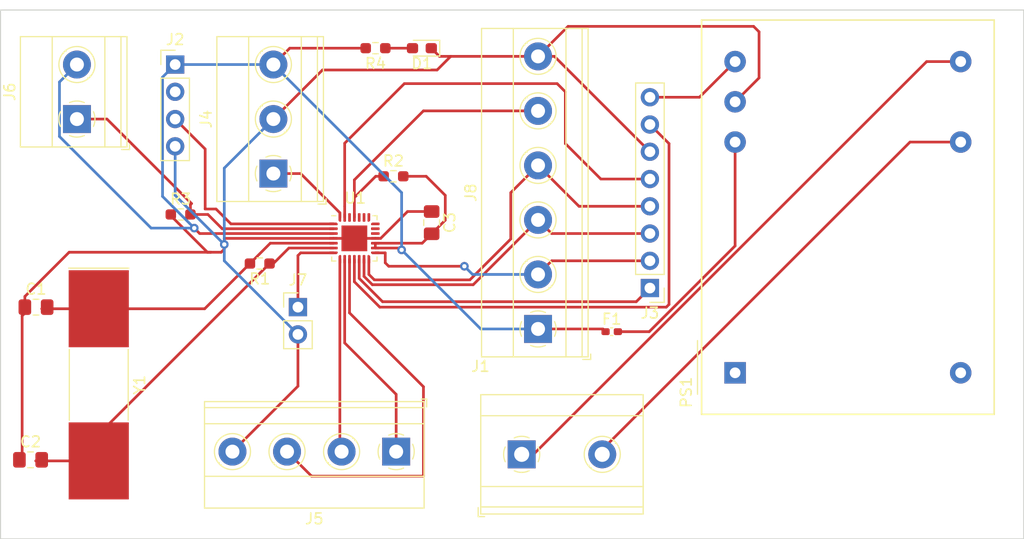
<source format=kicad_pcb>
(kicad_pcb (version 20221018) (generator pcbnew)
  (layers (0 "F.Cu" signal) (31 "B.Cu" signal) (34 "B.Paste" user) (35 "F.Paste" user) (36 "B.SilkS" user "B.Silkscreen") (37 "F.SilkS" user "F.Silkscreen") (38 "B.Mask" user) (39 "F.Mask" user) (44 "Edge.Cuts" user))
  (net 0 "")
  (net 1 "GND")
  (net 2 "/XTAL1")
  (net 3 "/XTAL2")
  (net 4 "+5V")
  (net 5 "Net-(D1-A)")
  (net 6 "Net-(PS1-Vout1)")
  (net 7 "Net-(J1-Pin_1)")
  (net 8 "Net-(J1-Pin_2)")
  (net 10 "/RF receiver - PWM")
  (net 11 "/SDA{slash}SS")
  (net 12 "/SCK")
  (net 13 "/MOSI")
  (net 14 "/MISO")
  (net 15 "/IRQ")
  (net 16 "/RST")
  (net 17 "+3.3V")
  (net 18 "/IR Sensor - DI")
  (net 19 "/Enable")
  (net 20 "/Inverter PWM")
  (net 21 "/DXN")
  (net 22 "/Switch IN")
  (net 23 "/Flashing Lights")
  (net 24 "/RESET")
  (footprint "Connector_PinHeader_2.54mm:PinHeader_1x04_P2.54mm_Vertical" (layer "F.Cu") (at 163.576 70.612)
    (fp_text reference "J2" (at 0 -2.33) (layer "F.SilkS"))
    (fp_text value "RF Receiver 433MHz")
    (fp_line (start -1.33 -1.33) (end 0 -1.33) (stroke (width 0.12)) (layer "F.SilkS"))
    (fp_line (start -1.33 0) (end -1.33 -1.33) (stroke (width 0.12)) (layer "F.SilkS"))
    (fp_line (start -1.33 1.27) (end -1.33 8.95) (stroke (width 0.12)) (layer "F.SilkS"))
    (fp_line (start -1.33 1.27) (end 1.33 1.27) (stroke (width 0.12)) (layer "F.SilkS"))
    (fp_line (start -1.33 8.95) (end 1.33 8.95) (stroke (width 0.12)) (layer "F.SilkS"))
    (fp_line (start 1.33 1.27) (end 1.33 8.95) (stroke (width 0.12)) (layer "F.SilkS"))
    (pad "1" thru_hole rect (at 0 0) (size 1.7 1.7) (drill 1) (layers "*.Cu" "*.Mask") (net 4 "+5V"))
    (pad "2" thru_hole oval (at 0 2.54) (size 1.7 1.7) (drill 1) (layers "*.Cu" "*.Mask"))
    (pad "3" thru_hole oval (at 0 5.08) (size 1.7 1.7) (drill 1) (layers "*.Cu" "*.Mask") (net 10 "/RF receiver - PWM"))
    (pad "4" thru_hole oval (at 0 7.62) (size 1.7 1.7) (drill 1) (layers "*.Cu" "*.Mask") (net 1 "GND"))
  )
  (footprint "TerminalBlock_Phoenix:TerminalBlock_Phoenix_MKDS-1,5-2-5.08_1x02_P5.08mm_Horizontal" (layer "F.Cu") (at 154.432 75.692 90)
    (fp_text reference "J6" (at 2.54 -6.26 90) (layer "F.SilkS"))
    (fp_text value "Screw_Terminal_01x02")
    (fp_line (start -2.84 4.16) (end -2.84 4.9) (stroke (width 0.12)) (layer "F.SilkS"))
    (fp_line (start -2.84 4.9) (end -2.34 4.9) (stroke (width 0.12)) (layer "F.SilkS"))
    (fp_line (start -2.6 -5.261) (end -2.6 4.66) (stroke (width 0.12)) (layer "F.SilkS"))
    (fp_line (start -2.6 -5.261) (end 7.68 -5.261) (stroke (width 0.12)) (layer "F.SilkS"))
    (fp_line (start -2.6 -2.301) (end 7.68 -2.301) (stroke (width 0.12)) (layer "F.SilkS"))
    (fp_line (start -2.6 2.6) (end 7.68 2.6) (stroke (width 0.12)) (layer "F.SilkS"))
    (fp_line (start -2.6 4.1) (end 7.68 4.1) (stroke (width 0.12)) (layer "F.SilkS"))
    (fp_line (start -2.6 4.66) (end 7.68 4.66) (stroke (width 0.12)) (layer "F.SilkS"))
    (fp_line (start 3.853 1.023) (end 3.806 1.069) (stroke (width 0.12)) (layer "F.SilkS"))
    (fp_line (start 4.046 1.239) (end 4.011 1.274) (stroke (width 0.12)) (layer "F.SilkS"))
    (fp_line (start 6.15 -1.275) (end 6.115 -1.239) (stroke (width 0.12)) (layer "F.SilkS"))
    (fp_line (start 6.355 -1.069) (end 6.308 -1.023) (stroke (width 0.12)) (layer "F.SilkS"))
    (fp_line (start 7.68 -5.261) (end 7.68 4.66) (stroke (width 0.12)) (layer "F.SilkS"))
    (fp_arc (start -1.535427 0.683042) (mid -1.680501 -0.000524) (end -1.535 -0.684) (stroke (width 0.12)) (layer "F.SilkS"))
    (fp_arc (start -0.683042 -1.535427) (mid 0.000524 -1.680501) (end 0.684 -1.535) (stroke (width 0.12)) (layer "F.SilkS"))
    (fp_arc (start 0.028805 1.680253) (mid -0.335551 1.646659) (end -0.684 1.535) (stroke (width 0.12)) (layer "F.SilkS"))
    (fp_arc (start 0.683318 1.534756) (mid 0.349292 1.643288) (end 0 1.68) (stroke (width 0.12)) (layer "F.SilkS"))
    (fp_arc (start 1.535427 -0.683042) (mid 1.680501 0.000524) (end 1.535 0.684) (stroke (width 0.12)) (layer "F.SilkS"))
    (fp_circle (center 5.08 0) (end 6.76 0) (stroke (width 0.12)) (fill none) (layer "F.SilkS"))
    (pad "1" thru_hole rect (at 0 0 90) (size 2.6 2.6) (drill 1.3) (layers "*.Cu" "*.Mask") (net 22 "/Switch IN"))
    (pad "2" thru_hole circle (at 5.08 0 90) (size 2.6 2.6) (drill 1.3) (layers "*.Cu" "*.Mask") (net 4 "+5V"))
  )
  (footprint "TerminalBlock_Phoenix:TerminalBlock_Phoenix_MKDS-1,5-4-5.08_1x04_P5.08mm_Horizontal" (layer "F.Cu") (at 184.15 106.68 180)
    (fp_text reference "J5" (at 7.62 -6.26) (layer "F.SilkS"))
    (fp_text value "Screw_Terminal_01x04")
    (fp_line (start -2.84 4.16) (end -2.84 4.9) (stroke (width 0.12)) (layer "F.SilkS"))
    (fp_line (start -2.84 4.9) (end -2.34 4.9) (stroke (width 0.12)) (layer "F.SilkS"))
    (fp_line (start -2.6 -5.261) (end -2.6 4.66) (stroke (width 0.12)) (layer "F.SilkS"))
    (fp_line (start -2.6 -5.261) (end 17.84 -5.261) (stroke (width 0.12)) (layer "F.SilkS"))
    (fp_line (start -2.6 -2.301) (end 17.84 -2.301) (stroke (width 0.12)) (layer "F.SilkS"))
    (fp_line (start -2.6 2.6) (end 17.84 2.6) (stroke (width 0.12)) (layer "F.SilkS"))
    (fp_line (start -2.6 4.1) (end 17.84 4.1) (stroke (width 0.12)) (layer "F.SilkS"))
    (fp_line (start -2.6 4.66) (end 17.84 4.66) (stroke (width 0.12)) (layer "F.SilkS"))
    (fp_line (start 3.853 1.023) (end 3.806 1.069) (stroke (width 0.12)) (layer "F.SilkS"))
    (fp_line (start 4.046 1.239) (end 4.011 1.274) (stroke (width 0.12)) (layer "F.SilkS"))
    (fp_line (start 6.15 -1.275) (end 6.115 -1.239) (stroke (width 0.12)) (layer "F.SilkS"))
    (fp_line (start 6.355 -1.069) (end 6.308 -1.023) (stroke (width 0.12)) (layer "F.SilkS"))
    (fp_line (start 8.933 1.023) (end 8.886 1.069) (stroke (width 0.12)) (layer "F.SilkS"))
    (fp_line (start 9.126 1.239) (end 9.091 1.274) (stroke (width 0.12)) (layer "F.SilkS"))
    (fp_line (start 11.23 -1.275) (end 11.195 -1.239) (stroke (width 0.12)) (layer "F.SilkS"))
    (fp_line (start 11.435 -1.069) (end 11.388 -1.023) (stroke (width 0.12)) (layer "F.SilkS"))
    (fp_line (start 14.013 1.023) (end 13.966 1.069) (stroke (width 0.12)) (layer "F.SilkS"))
    (fp_line (start 14.206 1.239) (end 14.171 1.274) (stroke (width 0.12)) (layer "F.SilkS"))
    (fp_line (start 16.31 -1.275) (end 16.275 -1.239) (stroke (width 0.12)) (layer "F.SilkS"))
    (fp_line (start 16.515 -1.069) (end 16.468 -1.023) (stroke (width 0.12)) (layer "F.SilkS"))
    (fp_line (start 17.84 -5.261) (end 17.84 4.66) (stroke (width 0.12)) (layer "F.SilkS"))
    (fp_arc (start -1.535427 0.683042) (mid -1.680501 -0.000524) (end -1.535 -0.684) (stroke (width 0.12)) (layer "F.SilkS"))
    (fp_arc (start -0.683042 -1.535427) (mid 0.000524 -1.680501) (end 0.684 -1.535) (stroke (width 0.12)) (layer "F.SilkS"))
    (fp_arc (start 0.028805 1.680253) (mid -0.335551 1.646659) (end -0.684 1.535) (stroke (width 0.12)) (layer "F.SilkS"))
    (fp_arc (start 0.683318 1.534756) (mid 0.349292 1.643288) (end 0 1.68) (stroke (width 0.12)) (layer "F.SilkS"))
    (fp_arc (start 1.535427 -0.683042) (mid 1.680501 0.000524) (end 1.535 0.684) (stroke (width 0.12)) (layer "F.SilkS"))
    (fp_circle (center 5.08 0) (end 6.76 0) (stroke (width 0.12)) (fill none) (layer "F.SilkS"))
    (fp_circle (center 10.16 0) (end 11.84 0) (stroke (width 0.12)) (fill none) (layer "F.SilkS"))
    (fp_circle (center 15.24 0) (end 16.92 0) (stroke (width 0.12)) (fill none) (layer "F.SilkS"))
    (pad "1" thru_hole rect (at 0 0 180) (size 2.6 2.6) (drill 1.3) (layers "*.Cu" "*.Mask") (net 19 "/Enable"))
    (pad "2" thru_hole circle (at 5.08 0 180) (size 2.6 2.6) (drill 1.3) (layers "*.Cu" "*.Mask") (net 20 "/Inverter PWM"))
    (pad "3" thru_hole circle (at 10.16 0 180) (size 2.6 2.6) (drill 1.3) (layers "*.Cu" "*.Mask") (net 21 "/DXN"))
    (pad "4" thru_hole circle (at 15.24 0 180) (size 2.6 2.6) (drill 1.3) (layers "*.Cu" "*.Mask") (net 1 "GND"))
  )
  (footprint "Connector_PinHeader_2.54mm:PinHeader_1x02_P2.54mm_Vertical" (layer "F.Cu") (at 175.006 93.218)
    (fp_text reference "J7" (at 0 -2.535) (layer "F.SilkS"))
    (fp_text value "Conn_01x02")
    (fp_line (start -1.33 -1.33) (end 0 -1.33) (stroke (width 0.12)) (layer "F.SilkS"))
    (fp_line (start -1.33 0) (end -1.33 -1.33) (stroke (width 0.12)) (layer "F.SilkS"))
    (fp_line (start -1.33 1.27) (end -1.33 3.87) (stroke (width 0.12)) (layer "F.SilkS"))
    (fp_line (start -1.33 1.27) (end 1.33 1.27) (stroke (width 0.12)) (layer "F.SilkS"))
    (fp_line (start -1.33 3.87) (end 1.33 3.87) (stroke (width 0.12)) (layer "F.SilkS"))
    (fp_line (start 1.33 1.27) (end 1.33 3.87) (stroke (width 0.12)) (layer "F.SilkS"))
    (pad "1" thru_hole rect (at 0 0) (size 1.7 1.7) (drill 1) (layers "*.Cu" "*.Mask") (net 23 "/Flashing Lights"))
    (pad "2" thru_hole oval (at 0 2.54) (size 1.7 1.7) (drill 1) (layers "*.Cu" "*.Mask") (net 1 "GND"))
  )
  (footprint "Crystal:Crystal_SMD_SeikoEpson_MA505-2Pin_12.7x5.1mm_HandSoldering" (layer "F.Cu") (at 156.464 100.456 -90)
    (fp_text reference "Y1" (at 0 -3.8 90) (layer "F.SilkS"))
    (fp_text value "Crystal")
    (fp_line (start -10.875 -2.8) (end -10.875 2.8) (stroke (width 0.12)) (layer "F.SilkS"))
    (fp_line (start -3.3 -2.74) (end 3.3 -2.74) (stroke (width 0.12)) (layer "F.SilkS"))
    (fp_line (start -3.3 2.74) (end 3.3 2.74) (stroke (width 0.12)) (layer "F.SilkS"))
    (pad "1" smd rect (at -7.0875 0 270) (size 7.175 5.6) (layers "F.Cu" "F.Paste" "F.Mask") (net 2 "/XTAL1"))
    (pad "2" smd rect (at 7.0875 0 270) (size 7.175 5.6) (layers "F.Cu" "F.Paste" "F.Mask") (net 3 "/XTAL2"))
  )
  (footprint "Capacitor_SMD:C_0805_2012Metric_Pad1.18x1.45mm_HandSolder" (layer "F.Cu") (at 150.114 107.442)
    (fp_text reference "C2" (at 0 -1.68) (layer "F.SilkS"))
    (fp_text value "22pF")
    (fp_line (start -0.261252 -0.735) (end 0.261252 -0.735) (stroke (width 0.12)) (layer "F.SilkS"))
    (fp_line (start -0.261252 0.735) (end 0.261252 0.735) (stroke (width 0.12)) (layer "F.SilkS"))
    (pad "1" smd roundrect (at -1.0375 0) (size 1.175 1.45) (layers "F.Cu" "F.Paste" "F.Mask") (roundrect_rratio 0.212766) (net 1 "GND"))
    (pad "2" smd roundrect (at 1.0375 0) (size 1.175 1.45) (layers "F.Cu" "F.Paste" "F.Mask") (roundrect_rratio 0.212766) (net 3 "/XTAL2"))
  )
  (footprint "TerminalBlock_MetzConnect:TerminalBlock_MetzConnect_Type175_RT02702HBLC_1x02_P7.50mm_Horizontal" (layer "F.Cu") (at 195.834 106.934)
    (fp_text reference "J1" (at -3.835218 -8.200602) (layer "F.SilkS"))
    (fp_text value "Screw_Terminal_01x02")
    (fp_line (start -4.05 4.96) (end -4.05 5.8) (stroke (width 0.12)) (layer "F.SilkS"))
    (fp_line (start -4.05 5.8) (end -3.45 5.8) (stroke (width 0.12)) (layer "F.SilkS"))
    (fp_line (start -3.81 -5.56) (end -3.81 5.56) (stroke (width 0.12)) (layer "F.SilkS"))
    (fp_line (start -3.81 -5.56) (end 11.31 -5.56) (stroke (width 0.12)) (layer "F.SilkS"))
    (fp_line (start -3.81 -3.6) (end 11.31 -3.6) (stroke (width 0.12)) (layer "F.SilkS"))
    (fp_line (start -3.81 3) (end 11.31 3) (stroke (width 0.12)) (layer "F.SilkS"))
    (fp_line (start -3.81 4.9) (end 11.31 4.9) (stroke (width 0.12)) (layer "F.SilkS"))
    (fp_line (start -3.81 5.56) (end 11.31 5.56) (stroke (width 0.12)) (layer "F.SilkS"))
    (fp_line (start 6.273 1.023) (end 6.226 1.069) (stroke (width 0.12)) (layer "F.SilkS"))
    (fp_line (start 6.466 1.239) (end 6.431 1.274) (stroke (width 0.12)) (layer "F.SilkS"))
    (fp_line (start 8.57 -1.275) (end 8.535 -1.239) (stroke (width 0.12)) (layer "F.SilkS"))
    (fp_line (start 8.775 -1.069) (end 8.728 -1.023) (stroke (width 0.12)) (layer "F.SilkS"))
    (fp_line (start 11.31 -5.56) (end 11.31 5.56) (stroke (width 0.12)) (layer "F.SilkS"))
    (fp_arc (start -1.535427 0.683042) (mid -1.680501 -0.000524) (end -1.535 -0.684) (stroke (width 0.12)) (layer "F.SilkS"))
    (fp_arc (start -0.683042 -1.535427) (mid 0.000524 -1.680501) (end 0.684 -1.535) (stroke (width 0.12)) (layer "F.SilkS"))
    (fp_arc (start 0.028805 1.680253) (mid -0.335551 1.646659) (end -0.684 1.535) (stroke (width 0.12)) (layer "F.SilkS"))
    (fp_arc (start 0.683318 1.534756) (mid 0.349292 1.643288) (end 0 1.68) (stroke (width 0.12)) (layer "F.SilkS"))
    (fp_arc (start 1.535427 -0.683042) (mid 1.680501 0.000524) (end 1.535 0.684) (stroke (width 0.12)) (layer "F.SilkS"))
    (fp_circle (center 7.5 0) (end 9.18 0) (stroke (width 0.12)) (fill none) (layer "F.SilkS"))
    (pad "1" thru_hole rect (at 0 0) (size 2.6 2.6) (drill 1.4) (layers "*.Cu" "*.Mask") (net 7 "Net-(J1-Pin_1)"))
    (pad "2" thru_hole circle (at 7.5 0) (size 2.6 2.6) (drill 1.4) (layers "*.Cu" "*.Mask") (net 8 "Net-(J1-Pin_2)"))
  )
  (footprint "Converter_ACDC:Converter_ACDC_TRACO_TMLM-04_THT" (layer "F.Cu") (at 215.7025 99.336 90)
    (fp_text reference "PS1" (at -1.82 -4.55 90) (layer "F.SilkS"))
    (fp_text value "TMLM04253")
    (fp_line (start -3.87 -3.12) (end -3.87 24.12) (stroke (width 0.15)) (layer "F.SilkS"))
    (fp_line (start -3.87 -3.12) (end 32.87 -3.12) (stroke (width 0.15)) (layer "F.SilkS"))
    (fp_line (start -3.87 24.12) (end 32.87 24.12) (stroke (width 0.15)) (layer "F.SilkS"))
    (fp_line (start -2 -3.5) (end 3 -3.5) (stroke (width 0.12)) (layer "F.SilkS"))
    (fp_line (start 32.87 -3.12) (end 32.87 24.12) (stroke (width 0.15)) (layer "F.SilkS"))
    (pad "1" thru_hole rect (at 0 0 90) (size 2 2) (drill 1) (layers "*.Cu" "*.Mask"))
    (pad "2" thru_hole circle (at 21.5 0 90) (size 2 2) (drill 1) (layers "*.Cu" "*.Mask") (net 6 "Net-(PS1-Vout1)"))
    (pad "3" thru_hole circle (at 25.25 0 90) (size 2 2) (drill 1) (layers "*.Cu" "*.Mask") (net 1 "GND"))
    (pad "4" thru_hole circle (at 29 0 90) (size 2 2) (drill 1) (layers "*.Cu" "*.Mask") (net 17 "+3.3V"))
    (pad "5" thru_hole circle (at 29 21 90) (size 2 2) (drill 1) (layers "*.Cu" "*.Mask") (net 7 "Net-(J1-Pin_1)"))
    (pad "6" thru_hole circle (at 21.5 21 90) (size 2 2) (drill 1) (layers "*.Cu" "*.Mask") (net 8 "Net-(J1-Pin_2)"))
    (pad "7" thru_hole circle (at 0 21 90) (size 2 2) (drill 1) (layers "*.Cu" "*.Mask"))
  )
  (footprint "LED_SMD:LED_0603_1608Metric_Pad1.05x0.95mm_HandSolder" (layer "F.Cu") (at 186.54425 69.088 180)
    (fp_text reference "D1" (at 0 -1.43) (layer "F.SilkS"))
    (fp_text value "LED")
    (fp_line (start -1.66 -0.735) (end -1.66 0.735) (stroke (width 0.12)) (layer "F.SilkS"))
    (fp_line (start -1.66 0.735) (end 0.8 0.735) (stroke (width 0.12)) (layer "F.SilkS"))
    (fp_line (start 0.8 -0.735) (end -1.66 -0.735) (stroke (width 0.12)) (layer "F.SilkS"))
    (pad "1" smd roundrect (at -0.875 0 180) (size 1.05 0.95) (layers "F.Cu" "F.Paste" "F.Mask") (net 1 "GND"))
    (pad "2" smd roundrect (at 0.875 0 180) (size 1.05 0.95) (layers "F.Cu" "F.Paste" "F.Mask") (net 5 "Net-(D1-A)"))
  )
  (footprint "TerminalBlock_Phoenix:TerminalBlock_Phoenix_MKDS-1,5-3-5.08_1x03_P5.08mm_Horizontal" (layer "F.Cu") (at 172.72 80.772 90)
    (fp_text reference "J4" (at 5.08 -6.26 90) (layer "F.SilkS"))
    (fp_text value "IR_SENSORT")
    (fp_line (start -2.84 4.16) (end -2.84 4.9) (stroke (width 0.12)) (layer "F.SilkS"))
    (fp_line (start -2.84 4.9) (end -2.34 4.9) (stroke (width 0.12)) (layer "F.SilkS"))
    (fp_line (start -2.6 -5.261) (end -2.6 4.66) (stroke (width 0.12)) (layer "F.SilkS"))
    (fp_line (start -2.6 -5.261) (end 12.76 -5.261) (stroke (width 0.12)) (layer "F.SilkS"))
    (fp_line (start -2.6 -2.301) (end 12.76 -2.301) (stroke (width 0.12)) (layer "F.SilkS"))
    (fp_line (start -2.6 2.6) (end 12.76 2.6) (stroke (width 0.12)) (layer "F.SilkS"))
    (fp_line (start -2.6 4.1) (end 12.76 4.1) (stroke (width 0.12)) (layer "F.SilkS"))
    (fp_line (start -2.6 4.66) (end 12.76 4.66) (stroke (width 0.12)) (layer "F.SilkS"))
    (fp_line (start 3.853 1.023) (end 3.806 1.069) (stroke (width 0.12)) (layer "F.SilkS"))
    (fp_line (start 4.046 1.239) (end 4.011 1.274) (stroke (width 0.12)) (layer "F.SilkS"))
    (fp_line (start 6.15 -1.275) (end 6.115 -1.239) (stroke (width 0.12)) (layer "F.SilkS"))
    (fp_line (start 6.355 -1.069) (end 6.308 -1.023) (stroke (width 0.12)) (layer "F.SilkS"))
    (fp_line (start 8.933 1.023) (end 8.886 1.069) (stroke (width 0.12)) (layer "F.SilkS"))
    (fp_line (start 9.126 1.239) (end 9.091 1.274) (stroke (width 0.12)) (layer "F.SilkS"))
    (fp_line (start 11.23 -1.275) (end 11.195 -1.239) (stroke (width 0.12)) (layer "F.SilkS"))
    (fp_line (start 11.435 -1.069) (end 11.388 -1.023) (stroke (width 0.12)) (layer "F.SilkS"))
    (fp_line (start 12.76 -5.261) (end 12.76 4.66) (stroke (width 0.12)) (layer "F.SilkS"))
    (fp_arc (start -1.535427 0.683042) (mid -1.680501 -0.000524) (end -1.535 -0.684) (stroke (width 0.12)) (layer "F.SilkS"))
    (fp_arc (start -0.683042 -1.535427) (mid 0.000524 -1.680501) (end 0.684 -1.535) (stroke (width 0.12)) (layer "F.SilkS"))
    (fp_arc (start 0.028805 1.680253) (mid -0.335551 1.646659) (end -0.684 1.535) (stroke (width 0.12)) (layer "F.SilkS"))
    (fp_arc (start 0.683318 1.534756) (mid 0.349292 1.643288) (end 0 1.68) (stroke (width 0.12)) (layer "F.SilkS"))
    (fp_arc (start 1.535427 -0.683042) (mid 1.680501 0.000524) (end 1.535 0.684) (stroke (width 0.12)) (layer "F.SilkS"))
    (fp_circle (center 5.08 0) (end 6.76 0) (stroke (width 0.12)) (fill none) (layer "F.SilkS"))
    (fp_circle (center 10.16 0) (end 11.84 0) (stroke (width 0.12)) (fill none) (layer "F.SilkS"))
    (pad "1" thru_hole rect (at 0 0 90) (size 2.6 2.6) (drill 1.3) (layers "*.Cu" "*.Mask") (net 18 "/IR Sensor - DI"))
    (pad "2" thru_hole circle (at 5.08 0 90) (size 2.6 2.6) (drill 1.3) (layers "*.Cu" "*.Mask") (net 1 "GND"))
    (pad "3" thru_hole circle (at 10.16 0 90) (size 2.6 2.6) (drill 1.3) (layers "*.Cu" "*.Mask") (net 4 "+5V"))
  )
  (footprint "Package_DFN_QFN:QFN-28-1EP_4x4mm_P0.45mm_EP2.4x2.4mm" (layer "F.Cu") (at 180.258 86.81)
    (fp_text reference "U1" (at 0.082 -3.752) (layer "F.SilkS"))
    (fp_text value "ATmega328-MM")
    (fp_line (start -2.11 2.11) (end -2.11 1.735) (stroke (width 0.12)) (layer "F.SilkS"))
    (fp_line (start -1.735 -2.11) (end -2.11 -2.11) (stroke (width 0.12)) (layer "F.SilkS"))
    (fp_line (start -1.735 2.11) (end -2.11 2.11) (stroke (width 0.12)) (layer "F.SilkS"))
    (fp_line (start 1.735 -2.11) (end 2.11 -2.11) (stroke (width 0.12)) (layer "F.SilkS"))
    (fp_line (start 1.735 2.11) (end 2.11 2.11) (stroke (width 0.12)) (layer "F.SilkS"))
    (fp_line (start 2.11 -2.11) (end 2.11 -1.735) (stroke (width 0.12)) (layer "F.SilkS"))
    (fp_line (start 2.11 2.11) (end 2.11 1.735) (stroke (width 0.12)) (layer "F.SilkS"))
    (pad "1" smd custom (at -1.95 -1.35) (size 0.179289 0.179289) (layers "F.Cu" "F.Paste" "F.Mask") (net 10 "/RF receiver - PWM") (options (clearance outline) (anchor circle)) (primitives (gr_poly (pts (xy 0.3375 0.000888) (xy 0.3375 0.0625) (xy -0.3375 0.0625) (xy -0.3375 -0.0625) (xy 0.274112 -0.0625)) (width 0.125) (fill yes))))
    (pad "2" smd roundrect (at -1.95 -0.9) (size 0.8 0.25) (layers "F.Cu" "F.Paste" "F.Mask") (net 22 "/Switch IN"))
    (pad "3" smd roundrect (at -1.95 -0.45) (size 0.8 0.25) (layers "F.Cu" "F.Paste" "F.Mask") (net 4 "+5V"))
    (pad "4" smd roundrect (at -1.95 0) (size 0.8 0.25) (layers "F.Cu" "F.Paste" "F.Mask") (net 1 "GND"))
    (pad "5" smd roundrect (at -1.95 0.45) (size 0.8 0.25) (layers "F.Cu" "F.Paste" "F.Mask") (net 2 "/XTAL1"))
    (pad "6" smd roundrect (at -1.95 0.9) (size 0.8 0.25) (layers "F.Cu" "F.Paste" "F.Mask") (net 3 "/XTAL2"))
    (pad "7" smd custom (at -1.95 1.35) (size 0.179289 0.179289) (layers "F.Cu" "F.Paste" "F.Mask") (net 23 "/Flashing Lights") (options (clearance outline) (anchor circle)) (primitives (gr_poly (pts (xy 0.3375 -0.000888) (xy 0.274112 0.0625) (xy -0.3375 0.0625) (xy -0.3375 -0.0625) (xy 0.3375 -0.0625)) (width 0.125) (fill yes))))
    (pad "8" smd custom (at -1.35 1.95) (size 0.179289 0.179289) (layers "F.Cu" "F.Paste" "F.Mask") (net 20 "/Inverter PWM") (options (clearance outline) (anchor circle)) (primitives (gr_poly (pts (xy 0.0625 0.3375) (xy -0.0625 0.3375) (xy -0.0625 -0.274112) (xy 0.000888 -0.3375) (xy 0.0625 -0.3375)) (width 0.125) (fill yes))))
    (pad "9" smd roundrect (at -0.9 1.95) (size 0.25 0.8) (layers "F.Cu" "F.Paste" "F.Mask") (net 19 "/Enable"))
    (pad "10" smd roundrect (at -0.45 1.95) (size 0.25 0.8) (layers "F.Cu" "F.Paste" "F.Mask") (net 21 "/DXN"))
    (pad "11" smd roundrect (at 0 1.95) (size 0.25 0.8) (layers "F.Cu" "F.Paste" "F.Mask") (net 16 "/RST"))
    (pad "12" smd roundrect (at 0.45 1.95) (size 0.25 0.8) (layers "F.Cu" "F.Paste" "F.Mask") (net 11 "/SDA{slash}SS"))
    (pad "13" smd roundrect (at 0.9 1.95) (size 0.25 0.8) (layers "F.Cu" "F.Paste" "F.Mask") (net 13 "/MOSI"))
    (pad "14" smd custom (at 1.35 1.95) (size 0.179289 0.179289) (layers "F.Cu" "F.Paste" "F.Mask") (net 14 "/MISO") (options (clearance outline) (anchor circle)) (primitives (gr_poly (pts (xy 0.0625 -0.274112) (xy 0.0625 0.3375) (xy -0.0625 0.3375) (xy -0.0625 -0.3375) (xy -0.000888 -0.3375)) (width 0.125) (fill yes))))
    (pad "15" smd custom (at 1.95 1.35) (size 0.179289 0.179289) (layers "F.Cu" "F.Paste" "F.Mask") (net 12 "/SCK") (options (clearance outline) (anchor circle)) (primitives (gr_poly (pts (xy 0.3375 0.0625) (xy -0.274112 0.0625) (xy -0.3375 -0.000888) (xy -0.3375 -0.0625) (xy 0.3375 -0.0625)) (width 0.125) (fill yes))))
    (pad "16" smd roundrect (at 1.95 0.9) (size 0.8 0.25) (layers "F.Cu" "F.Paste" "F.Mask") (net 4 "+5V"))
    (pad "17" smd roundrect (at 1.95 0.45) (size 0.8 0.25) (layers "F.Cu" "F.Paste" "F.Mask") (net 4 "+5V"))
    (pad "18" smd roundrect (at 1.95 0) (size 0.8 0.25) (layers "F.Cu" "F.Paste" "F.Mask") (net 1 "GND"))
    (pad "19" smd roundrect (at 1.95 -0.45) (size 0.8 0.25) (layers "F.Cu" "F.Paste" "F.Mask"))
    (pad "20" smd roundrect (at 1.95 -0.9) (size 0.8 0.25) (layers "F.Cu" "F.Paste" "F.Mask"))
    (pad "21" smd custom (at 1.95 -1.35) (size 0.179289 0.179289) (layers "F.Cu" "F.Paste" "F.Mask") (options (clearance outline) (anchor circle)) (primitives (gr_poly (pts (xy 0.3375 0.0625) (xy -0.3375 0.0625) (xy -0.3375 0.000888) (xy -0.274112 -0.0625) (xy 0.3375 -0.0625)) (width 0.125) (fill yes))))
    (pad "22" smd custom (at 1.35 -1.95) (size 0.179289 0.179289) (layers "F.Cu" "F.Paste" "F.Mask") (options (clearance outline) (anchor circle)) (primitives (gr_poly (pts (xy 0.0625 0.274112) (xy -0.000888 0.3375) (xy -0.0625 0.3375) (xy -0.0625 -0.3375) (xy 0.0625 -0.3375)) (width 0.125) (fill yes))))
    (pad "23" smd roundrect (at 0.9 -1.95) (size 0.25 0.8) (layers "F.Cu" "F.Paste" "F.Mask"))
    (pad "24" smd roundrect (at 0.45 -1.95) (size 0.25 0.8) (layers "F.Cu" "F.Paste" "F.Mask"))
    (pad "25" smd roundrect (at 0 -1.95) (size 0.25 0.8) (layers "F.Cu" "F.Paste" "F.Mask") (net 24 "/RESET"))
    (pad "26" smd roundrect (at -0.45 -1.95) (size 0.25 0.8) (layers "F.Cu" "F.Paste" "F.Mask"))
    (pad "27" smd roundrect (at -0.9 -1.95) (size 0.25 0.8) (layers "F.Cu" "F.Paste" "F.Mask") (net 15 "/IRQ"))
    (pad "28" smd custom (at -1.35 -1.95) (size 0.179289 0.179289) (layers "F.Cu" "F.Paste" "F.Mask") (net 18 "/IR Sensor - DI") (options (clearance outline) (anchor circle)) (primitives (gr_poly (pts (xy 0.0625 0.3375) (xy 0.000888 0.3375) (xy -0.0625 0.274112) (xy -0.0625 -0.3375) (xy 0.0625 -0.3375)) (width 0.125) (fill yes))))
    (pad "29" smd rect (at 0 0) (size 2.4 2.4) (layers "F.Cu" "F.Mask") (net 1 "GND"))
  )
  (footprint "Resistor_SMD:R_0603_1608Metric_Pad0.98x0.95mm_HandSolder" (layer "F.Cu") (at 164.084 84.582)
    (fp_text reference "R3" (at 0 -1.43) (layer "F.SilkS"))
    (fp_text value "10k")
    (fp_line (start -0.254724 -0.5225) (end 0.254724 -0.5225) (stroke (width 0.12)) (layer "F.SilkS"))
    (fp_line (start -0.254724 0.5225) (end 0.254724 0.5225) (stroke (width 0.12)) (layer "F.SilkS"))
    (pad "1" smd roundrect (at -0.9125 0) (size 0.975 0.95) (layers "F.Cu" "F.Paste" "F.Mask") (net 1 "GND"))
    (pad "2" smd roundrect (at 0.9125 0) (size 0.975 0.95) (layers "F.Cu" "F.Paste" "F.Mask") (net 22 "/Switch IN"))
  )
  (footprint "Resistor_SMD:R_0603_1608Metric_Pad0.98x0.95mm_HandSolder" (layer "F.Cu") (at 183.896 81.026)
    (fp_text reference "R2" (at 0 -1.43) (layer "F.SilkS"))
    (fp_text value "1M")
    (fp_line (start -0.254724 -0.5225) (end 0.254724 -0.5225) (stroke (width 0.12)) (layer "F.SilkS"))
    (fp_line (start -0.254724 0.5225) (end 0.254724 0.5225) (stroke (width 0.12)) (layer "F.SilkS"))
    (pad "1" smd roundrect (at -0.9125 0) (size 0.975 0.95) (layers "F.Cu" "F.Paste" "F.Mask") (net 24 "/RESET"))
    (pad "2" smd roundrect (at 0.9125 0) (size 0.975 0.95) (layers "F.Cu" "F.Paste" "F.Mask") (net 4 "+5V"))
  )
  (footprint "Resistor_SMD:R_0603_1608Metric_Pad0.98x0.95mm_HandSolder" (layer "F.Cu") (at 171.45 89.154 180)
    (fp_text reference "R1" (at 0 -1.43) (layer "F.SilkS"))
    (fp_text value "1M")
    (fp_line (start -0.254724 -0.5225) (end 0.254724 -0.5225) (stroke (width 0.12)) (layer "F.SilkS"))
    (fp_line (start -0.254724 0.5225) (end 0.254724 0.5225) (stroke (width 0.12)) (layer "F.SilkS"))
    (pad "1" smd roundrect (at -0.9125 0 180) (size 0.975 0.95) (layers "F.Cu" "F.Paste" "F.Mask") (net 3 "/XTAL2"))
    (pad "2" smd roundrect (at 0.9125 0 180) (size 0.975 0.95) (layers "F.Cu" "F.Paste" "F.Mask") (net 2 "/XTAL1"))
  )
  (footprint "TerminalBlock_Phoenix:TerminalBlock_Phoenix_MKDS-1,5-6-5.08_1x06_P5.08mm_Horizontal" (layer "F.Cu") (at 197.358 95.25 90)
    (fp_text reference "J8" (at 12.7 -6.26 90) (layer "F.SilkS"))
    (fp_text value "Screw_Terminal_01x06")
    (fp_line (start -2.84 4.16) (end -2.84 4.9) (stroke (width 0.12)) (layer "F.SilkS"))
    (fp_line (start -2.84 4.9) (end -2.34 4.9) (stroke (width 0.12)) (layer "F.SilkS"))
    (fp_line (start -2.6 -5.261) (end -2.6 4.66) (stroke (width 0.12)) (layer "F.SilkS"))
    (fp_line (start -2.6 -5.261) (end 28 -5.261) (stroke (width 0.12)) (layer "F.SilkS"))
    (fp_line (start -2.6 -2.301) (end 28 -2.301) (stroke (width 0.12)) (layer "F.SilkS"))
    (fp_line (start -2.6 2.6) (end 28 2.6) (stroke (width 0.12)) (layer "F.SilkS"))
    (fp_line (start -2.6 4.1) (end 28 4.1) (stroke (width 0.12)) (layer "F.SilkS"))
    (fp_line (start -2.6 4.66) (end 28 4.66) (stroke (width 0.12)) (layer "F.SilkS"))
    (fp_line (start 3.853 1.023) (end 3.806 1.069) (stroke (width 0.12)) (layer "F.SilkS"))
    (fp_line (start 4.046 1.239) (end 4.011 1.274) (stroke (width 0.12)) (layer "F.SilkS"))
    (fp_line (start 6.15 -1.275) (end 6.115 -1.239) (stroke (width 0.12)) (layer "F.SilkS"))
    (fp_line (start 6.355 -1.069) (end 6.308 -1.023) (stroke (width 0.12)) (layer "F.SilkS"))
    (fp_line (start 8.933 1.023) (end 8.886 1.069) (stroke (width 0.12)) (layer "F.SilkS"))
    (fp_line (start 9.126 1.239) (end 9.091 1.274) (stroke (width 0.12)) (layer "F.SilkS"))
    (fp_line (start 11.23 -1.275) (end 11.195 -1.239) (stroke (width 0.12)) (layer "F.SilkS"))
    (fp_line (start 11.435 -1.069) (end 11.388 -1.023) (stroke (width 0.12)) (layer "F.SilkS"))
    (fp_line (start 14.013 1.023) (end 13.966 1.069) (stroke (width 0.12)) (layer "F.SilkS"))
    (fp_line (start 14.206 1.239) (end 14.171 1.274) (stroke (width 0.12)) (layer "F.SilkS"))
    (fp_line (start 16.31 -1.275) (end 16.275 -1.239) (stroke (width 0.12)) (layer "F.SilkS"))
    (fp_line (start 16.515 -1.069) (end 16.468 -1.023) (stroke (width 0.12)) (layer "F.SilkS"))
    (fp_line (start 19.093 1.023) (end 19.046 1.069) (stroke (width 0.12)) (layer "F.SilkS"))
    (fp_line (start 19.286 1.239) (end 19.251 1.274) (stroke (width 0.12)) (layer "F.SilkS"))
    (fp_line (start 21.39 -1.275) (end 21.355 -1.239) (stroke (width 0.12)) (layer "F.SilkS"))
    (fp_line (start 21.595 -1.069) (end 21.548 -1.023) (stroke (width 0.12)) (layer "F.SilkS"))
    (fp_line (start 24.173 1.023) (end 24.126 1.069) (stroke (width 0.12)) (layer "F.SilkS"))
    (fp_line (start 24.366 1.239) (end 24.331 1.274) (stroke (width 0.12)) (layer "F.SilkS"))
    (fp_line (start 26.47 -1.275) (end 26.435 -1.239) (stroke (width 0.12)) (layer "F.SilkS"))
    (fp_line (start 26.675 -1.069) (end 26.628 -1.023) (stroke (width 0.12)) (layer "F.SilkS"))
    (fp_line (start 28 -5.261) (end 28 4.66) (stroke (width 0.12)) (layer "F.SilkS"))
    (fp_arc (start -1.535427 0.683042) (mid -1.680501 -0.000524) (end -1.535 -0.684) (stroke (width 0.12)) (layer "F.SilkS"))
    (fp_arc (start -0.683042 -1.535427) (mid 0.000524 -1.680501) (end 0.684 -1.535) (stroke (width 0.12)) (layer "F.SilkS"))
    (fp_arc (start 0.028805 1.680253) (mid -0.335551 1.646659) (end -0.684 1.535) (stroke (width 0.12)) (layer "F.SilkS"))
    (fp_arc (start 0.683318 1.534756) (mid 0.349292 1.643288) (end 0 1.68) (stroke (width 0.12)) (layer "F.SilkS"))
    (fp_arc (start 1.535427 -0.683042) (mid 1.680501 0.000524) (end 1.535 0.684) (stroke (width 0.12)) (layer "F.SilkS"))
    (fp_circle (center 5.08 0) (end 6.76 0) (stroke (width 0.12)) (fill none) (layer "F.SilkS"))
    (fp_circle (center 10.16 0) (end 11.84 0) (stroke (width 0.12)) (fill none) (layer "F.SilkS"))
    (fp_circle (center 15.24 0) (end 16.92 0) (stroke (width 0.12)) (fill none) (layer "F.SilkS"))
    (fp_circle (center 20.32 0) (end 22 0) (stroke (width 0.12)) (fill none) (layer "F.SilkS"))
    (fp_circle (center 25.4 0) (end 27.08 0) (stroke (width 0.12)) (fill none) (layer "F.SilkS"))
    (pad "1" thru_hole rect (at 0 0 90) (size 2.6 2.6) (drill 1.3) (layers "*.Cu" "*.Mask") (net 4 "+5V"))
    (pad "2" thru_hole circle (at 5.08 0 90) (size 2.6 2.6) (drill 1.3) (layers "*.Cu" "*.Mask") (net 12 "/SCK"))
    (pad "3" thru_hole circle (at 10.16 0 90) (size 2.6 2.6) (drill 1.3) (layers "*.Cu" "*.Mask") (net 13 "/MOSI"))
    (pad "4" thru_hole circle (at 15.24 0 90) (size 2.6 2.6) (drill 1.3) (layers "*.Cu" "*.Mask") (net 14 "/MISO"))
    (pad "5" thru_hole circle (at 20.32 0 90) (size 2.6 2.6) (drill 1.3) (layers "*.Cu" "*.Mask") (net 24 "/RESET"))
    (pad "6" thru_hole circle (at 25.4 0 90) (size 2.6 2.6) (drill 1.3) (layers "*.Cu" "*.Mask") (net 1 "GND"))
  )
  (footprint "Fuse:Fuse_0402_1005Metric_Pad0.77x0.64mm_HandSolder" (layer "F.Cu") (at 204.216 95.504)
    (fp_text reference "F1" (at 0 -1.17) (layer "F.SilkS"))
    (fp_text value "200 mA")
    (fp_line (start -0.1002 -0.36) (end 0.1002 -0.36) (stroke (width 0.12)) (layer "F.SilkS"))
    (fp_line (start -0.1002 0.36) (end 0.1002 0.36) (stroke (width 0.12)) (layer "F.SilkS"))
    (pad "1" smd roundrect (at -0.5725 0) (size 0.765 0.64) (layers "F.Cu" "F.Paste" "F.Mask") (net 4 "+5V"))
    (pad "2" smd roundrect (at 0.5725 0) (size 0.765 0.64) (layers "F.Cu" "F.Paste" "F.Mask") (net 6 "Net-(PS1-Vout1)"))
  )
  (footprint "Capacitor_SMD:C_0805_2012Metric_Pad1.18x1.45mm_HandSolder" (layer "F.Cu") (at 187.452 85.344 -90)
    (fp_text reference "C3" (at 0 -1.68 90) (layer "F.SilkS"))
    (fp_text value "100nF")
    (fp_line (start -0.261252 -0.735) (end 0.261252 -0.735) (stroke (width 0.12)) (layer "F.SilkS"))
    (fp_line (start -0.261252 0.735) (end 0.261252 0.735) (stroke (width 0.12)) (layer "F.SilkS"))
    (pad "1" smd roundrect (at -1.0375 0 270) (size 1.175 1.45) (layers "F.Cu" "F.Paste" "F.Mask") (roundrect_rratio 0.212766) (net 1 "GND"))
    (pad "2" smd roundrect (at 1.0375 0 270) (size 1.175 1.45) (layers "F.Cu" "F.Paste" "F.Mask") (roundrect_rratio 0.212766) (net 4 "+5V"))
  )
  (footprint "Resistor_SMD:R_0603_1608Metric_Pad0.98x0.95mm_HandSolder" (layer "F.Cu") (at 182.22625 69.088 180)
    (fp_text reference "R4" (at 0 -1.43) (layer "F.SilkS"))
    (fp_text value "220R")
    (fp_line (start -0.254724 -0.5225) (end 0.254724 -0.5225) (stroke (width 0.12)) (layer "F.SilkS"))
    (fp_line (start -0.254724 0.5225) (end 0.254724 0.5225) (stroke (width 0.12)) (layer "F.SilkS"))
    (pad "1" smd roundrect (at -0.9125 0 180) (size 0.975 0.95) (layers "F.Cu" "F.Paste" "F.Mask") (net 5 "Net-(D1-A)"))
    (pad "2" smd roundrect (at 0.9125 0 180) (size 0.975 0.95) (layers "F.Cu" "F.Paste" "F.Mask") (net 4 "+5V"))
  )
  (footprint "Capacitor_SMD:C_0805_2012Metric_Pad1.18x1.45mm_HandSolder" (layer "F.Cu") (at 150.622 93.218)
    (fp_text reference "C1" (at 0 -1.68) (layer "F.SilkS"))
    (fp_text value "22pF")
    (fp_line (start -0.261252 -0.735) (end 0.261252 -0.735) (stroke (width 0.12)) (layer "F.SilkS"))
    (fp_line (start -0.261252 0.735) (end 0.261252 0.735) (stroke (width 0.12)) (layer "F.SilkS"))
    (pad "1" smd roundrect (at -1.0375 0) (size 1.175 1.45) (layers "F.Cu" "F.Paste" "F.Mask") (roundrect_rratio 0.212766) (net 1 "GND"))
    (pad "2" smd roundrect (at 1.0375 0) (size 1.175 1.45) (layers "F.Cu" "F.Paste" "F.Mask") (roundrect_rratio 0.212766) (net 2 "/XTAL1"))
  )
  (footprint "Connector_PinHeader_2.54mm:PinHeader_1x08_P2.54mm_Vertical" (layer "F.Cu") (at 207.772 91.44 180)
    (fp_text reference "J3" (at 0 -2.33) (layer "F.SilkS"))
    (fp_text value "Conn_01x08")
    (fp_line (start -1.33 -1.33) (end 0 -1.33) (stroke (width 0.12)) (layer "F.SilkS"))
    (fp_line (start -1.33 0) (end -1.33 -1.33) (stroke (width 0.12)) (layer "F.SilkS"))
    (fp_line (start -1.33 1.27) (end -1.33 19.11) (stroke (width 0.12)) (layer "F.SilkS"))
    (fp_line (start -1.33 1.27) (end 1.33 1.27) (stroke (width 0.12)) (layer "F.SilkS"))
    (fp_line (start -1.33 19.11) (end 1.33 19.11) (stroke (width 0.12)) (layer "F.SilkS"))
    (fp_line (start 1.33 1.27) (end 1.33 19.11) (stroke (width 0.12)) (layer "F.SilkS"))
    (pad "1" thru_hole rect (at 0 0 180) (size 1.7 1.7) (drill 1) (layers "*.Cu" "*.Mask") (net 11 "/SDA{slash}SS"))
    (pad "2" thru_hole oval (at 0 2.54 180) (size 1.7 1.7) (drill 1) (layers "*.Cu" "*.Mask") (net 12 "/SCK"))
    (pad "3" thru_hole oval (at 0 5.08 180) (size 1.7 1.7) (drill 1) (layers "*.Cu" "*.Mask") (net 13 "/MOSI"))
    (pad "4" thru_hole oval (at 0 7.62 180) (size 1.7 1.7) (drill 1) (layers "*.Cu" "*.Mask") (net 14 "/MISO"))
    (pad "5" thru_hole oval (at 0 10.16 180) (size 1.7 1.7) (drill 1) (layers "*.Cu" "*.Mask") (net 15 "/IRQ"))
    (pad "6" thru_hole oval (at 0 12.7 180) (size 1.7 1.7) (drill 1) (layers "*.Cu" "*.Mask") (net 1 "GND"))
    (pad "7" thru_hole oval (at 0 15.24 180) (size 1.7 1.7) (drill 1) (layers "*.Cu" "*.Mask") (net 16 "/RST"))
    (pad "8" thru_hole oval (at 0 17.78 180) (size 1.7 1.7) (drill 1) (layers "*.Cu" "*.Mask") (net 17 "+3.3V"))
  )
  (gr_rect (start 147.32 65.532) (end 242.57 114.808) (stroke (width 0.1)) (fill none) (layer "Edge.Cuts"))
  (segment (start 163.1715 84.582) (end 163.1715 84.694805) (width 0.25) (layer "F.Cu") (net 1))
  (segment (start 153.70525 88.10275) (end 166.878 88.10275) (width 0.25) (layer "F.Cu") (net 1))
  (segment (start 167.85875 88.10275) (end 168.148 87.8135) (width 0.25) (layer "F.Cu") (net 1))
  (segment (start 189.23 69.85) (end 197.358 69.85) (width 0.25) (layer "F.Cu") (net 1))
  (segment (start 182.208 86.81) (end 180.258 86.81) (width 0.25) (layer "F.Cu") (net 1))
  (segment (start 217.932 67.564) (end 217.424 67.056) (width 0.25) (layer "F.Cu") (net 1))
  (segment (start 177.292 71.12) (end 187.96 71.12) (width 0.25) (layer "F.Cu") (net 1))
  (segment (start 166.579445 88.10275) (end 166.878 88.10275) (width 0.25) (layer "F.Cu") (net 1))
  (segment (start 149.5845 92.2235) (end 153.70525 88.10275) (width 0.25) (layer "F.Cu") (net 1))
  (segment (start 149.3305 94.029) (end 149.8385 93.521) (width 0.25) (layer "F.Cu") (net 1))
  (segment (start 168.148 87.376) (end 168.148 86.81) (width 0.25) (layer "F.Cu") (net 1))
  (segment (start 182.706008 86.81) (end 182.208 86.81) (width 0.25) (layer "F.Cu") (net 1))
  (segment (start 175.006 100.584) (end 175.006 95.758) (width 0.25) (layer "F.Cu") (net 1))
  (segment (start 166.878 88.10275) (end 167.85875 88.10275) (width 0.25) (layer "F.Cu") (net 1))
  (segment (start 178.308 86.81) (end 168.148 86.81) (width 0.25) (layer "F.Cu") (net 1))
  (segment (start 168.148 87.8135) (end 168.148 87.376) (width 0.25) (layer "F.Cu") (net 1))
  (segment (start 178.308 86.81) (end 180.258 86.81) (width 0.25) (layer "F.Cu") (net 1))
  (segment (start 187.452 84.3065) (end 185.209508 84.3065) (width 0.25) (layer "F.Cu") (net 1))
  (segment (start 217.424 67.056) (end 200.152 67.056) (width 0.25) (layer "F.Cu") (net 1))
  (segment (start 168.91 106.68) (end 175.006 100.584) (width 0.25) (layer "F.Cu") (net 1))
  (segment (start 149.5845 93.218) (end 149.5845 92.2235) (width 0.25) (layer "F.Cu") (net 1))
  (segment (start 215.7025 74.086) (end 217.932 71.8565) (width 0.25) (layer "F.Cu") (net 1))
  (segment (start 207.772 78.74) (end 198.882 69.85) (width 0.25) (layer "F.Cu") (net 1))
  (segment (start 187.41925 69.088) (end 188.18125 69.85) (width 0.25) (layer "F.Cu") (net 1))
  (segment (start 200.152 67.056) (end 197.358 69.85) (width 0.25) (layer "F.Cu") (net 1))
  (segment (start 172.72 75.692) (end 177.292 71.12) (width 0.25) (layer "F.Cu") (net 1))
  (segment (start 149.3305 107.745) (end 149.3305 94.029) (width 0.25) (layer "F.Cu") (net 1))
  (segment (start 188.18125 69.85) (end 189.23 69.85) (width 0.25) (layer "F.Cu") (net 1))
  (segment (start 187.96 71.12) (end 189.23 69.85) (width 0.25) (layer "F.Cu") (net 1))
  (segment (start 198.882 69.85) (end 197.358 69.85) (width 0.25) (layer "F.Cu") (net 1))
  (segment (start 217.932 71.8565) (end 217.932 67.564) (width 0.25) (layer "F.Cu") (net 1))
  (segment (start 185.209508 84.3065) (end 182.706008 86.81) (width 0.25) (layer "F.Cu") (net 1))
  (segment (start 163.1715 84.694805) (end 166.579445 88.10275) (width 0.25) (layer "F.Cu") (net 1))
  (via (at 168.148 87.376) (size 0.8) (drill 0.4) (layers "F.Cu" "B.Cu") (net 1))
  (segment (start 168.148 87.376) (end 168.148 80.264) (width 0.25) (layer "B.Cu") (net 1))
  (segment (start 168.148 80.264) (end 172.72 75.692) (width 0.25) (layer "B.Cu") (net 1))
  (segment (start 168.148 87.376) (end 163.576 82.804) (width 0.25) (layer "B.Cu") (net 1))
  (segment (start 168.148 87.376) (end 168.148 88.9) (width 0.25) (layer "B.Cu") (net 1))
  (segment (start 168.148 88.9) (end 175.006 95.758) (width 0.25) (layer "B.Cu") (net 1))
  (segment (start 163.576 82.804) (end 163.576 78.232) (width 0.25) (layer "B.Cu") (net 1))
  (segment (start 156.464 93.3685) (end 166.323 93.3685) (width 0.25) (layer "F.Cu") (net 2))
  (segment (start 172.4315 87.26) (end 170.5375 89.154) (width 0.25) (layer "F.Cu") (net 2))
  (segment (start 178.308 87.26) (end 172.4315 87.26) (width 0.25) (layer "F.Cu") (net 2))
  (segment (start 151.1515 93.3685) (end 156.464 93.3685) (width 0.25) (layer "F.Cu") (net 2))
  (segment (start 166.323 93.3685) (end 170.5375 89.154) (width 0.25) (layer "F.Cu") (net 2))
  (segment (start 156.464 105.0525) (end 172.3625 89.154) (width 0.25) (layer "F.Cu") (net 3))
  (segment (start 150.5945 107.5435) (end 156.464 107.5435) (width 0.25) (layer "F.Cu") (net 3))
  (segment (start 172.72 89.154) (end 174.164 87.71) (width 0.25) (layer "F.Cu") (net 3))
  (segment (start 172.3625 89.154) (end 172.72 89.154) (width 0.25) (layer "F.Cu") (net 3))
  (segment (start 156.464 107.5435) (end 156.464 105.0525) (width 0.25) (layer "F.Cu") (net 3))
  (segment (start 178.308 87.71) (end 174.164 87.71) (width 0.25) (layer "F.Cu") (net 3))
  (segment (start 186.944 81.026) (end 188.722 82.804) (width 0.25) (layer "F.Cu") (net 4))
  (segment (start 172.72 70.612) (end 174.244 69.088) (width 0.25) (layer "F.Cu") (net 4))
  (segment (start 203.3895 95.25) (end 203.6435 95.504) (width 0.25) (layer "F.Cu") (net 4))
  (segment (start 178.308 86.36) (end 165.862 86.36) (width 0.25) (layer "F.Cu") (net 4))
  (segment (start 188.722 85.1115) (end 187.452 86.3815) (width 0.25) (layer "F.Cu") (net 4))
  (segment (start 184.484 87.71) (end 184.658 87.884) (width 0.25) (layer "F.Cu") (net 4))
  (segment (start 197.358 95.25) (end 203.3895 95.25) (width 0.25) (layer "F.Cu") (net 4))
  (segment (start 188.722 82.804) (end 188.722 85.1115) (width 0.25) (layer "F.Cu") (net 4))
  (segment (start 186.5735 87.26) (end 182.208 87.26) (width 0.25) (layer "F.Cu") (net 4))
  (segment (start 182.208 87.71) (end 184.484 87.71) (width 0.25) (layer "F.Cu") (net 4))
  (segment (start 182.208 87.71) (end 182.208 87.26) (width 0.25) (layer "F.Cu") (net 4))
  (segment (start 165.862 86.36) (end 165.354 85.852) (width 0.25) (layer "F.Cu") (net 4))
  (segment (start 184.658 87.884) (end 184.653348 87.879348) (width 0.25) (layer "F.Cu") (net 4))
  (segment (start 184.8085 81.026) (end 186.944 81.026) (width 0.25) (layer "F.Cu") (net 4))
  (segment (start 187.452 86.3815) (end 186.5735 87.26) (width 0.25) (layer "F.Cu") (net 4))
  (segment (start 174.244 69.088) (end 181.31375 69.088) (width 0.25) (layer "F.Cu") (net 4))
  (via (at 184.658 87.884) (size 0.8) (drill 0.4) (layers "F.Cu" "B.Cu") (net 4))
  (via (at 165.354 85.852) (size 0.8) (drill 0.4) (layers "F.Cu" "B.Cu") (net 4))
  (segment (start 162.401 82.899) (end 162.401 71.787) (width 0.25) (layer "B.Cu") (net 4))
  (segment (start 192.024 95.25) (end 197.358 95.25) (width 0.25) (layer "B.Cu") (net 4))
  (segment (start 163.576 70.612) (end 172.72 70.612) (width 0.25) (layer "B.Cu") (net 4))
  (segment (start 184.658 82.55) (end 172.72 70.612) (width 0.25) (layer "B.Cu") (net 4))
  (segment (start 165.354 85.852) (end 162.401 82.899) (width 0.25) (layer "B.Cu") (net 4))
  (segment (start 184.658 87.884) (end 184.658 82.55) (width 0.25) (layer "B.Cu") (net 4))
  (segment (start 165.354 85.852) (end 161.342 85.852) (width 0.25) (layer "B.Cu") (net 4))
  (segment (start 162.401 71.787) (end 163.576 70.612) (width 0.25) (layer "B.Cu") (net 4))
  (segment (start 152.807 72.237) (end 154.432 70.612) (width 0.25) (layer "B.Cu") (net 4))
  (segment (start 161.342 85.852) (end 152.807 77.317) (width 0.25) (layer "B.Cu") (net 4))
  (segment (start 184.658 87.884) (end 192.024 95.25) (width 0.25) (layer "B.Cu") (net 4))
  (segment (start 152.807 77.317) (end 152.807 72.237) (width 0.25) (layer "B.Cu") (net 4))
  (segment (start 183.13875 69.088) (end 185.66925 69.088) (width 0.25) (layer "F.Cu") (net 5))
  (segment (start 204.7885 95.504) (end 207.7075 95.504) (width 0.25) (layer "F.Cu") (net 6))
  (segment (start 207.7075 95.504) (end 215.7025 87.509) (width 0.25) (layer "F.Cu") (net 6))
  (segment (start 215.7025 77.836) (end 215.7025 87.509) (width 0.25) (layer "F.Cu") (net 6))
  (segment (start 195.386 106.934) (end 196.936 106.934) (width 0.25) (layer "F.Cu") (net 7))
  (segment (start 233.534 70.336) (end 236.7025 70.336) (width 0.25) (layer "F.Cu") (net 7))
  (segment (start 196.936 106.934) (end 233.534 70.336) (width 0.25) (layer "F.Cu") (net 7))
  (segment (start 231.984 77.836) (end 236.7025 77.836) (width 0.25) (layer "F.Cu") (net 8))
  (segment (start 202.886 106.934) (end 231.984 77.836) (width 0.25) (layer "F.Cu") (net 8))
  (segment (start 167.381 84.074) (end 168.767 85.46) (width 0.25) (layer "F.Cu") (net 10))
  (segment (start 166.37 78.486) (end 166.37 84.074) (width 0.25) (layer "F.Cu") (net 10))
  (segment (start 168.767 85.46) (end 178.308 85.46) (width 0.25) (layer "F.Cu") (net 10))
  (segment (start 163.576 75.692) (end 166.37 78.486) (width 0.25) (layer "F.Cu") (net 10))
  (segment (start 166.37 84.074) (end 167.381 84.074) (width 0.25) (layer "F.Cu") (net 10))
  (segment (start 180.708 90.538) (end 182.88 92.71) (width 0.25) (layer "F.Cu") (net 11))
  (segment (start 206.502 92.71) (end 207.772 91.44) (width 0.25) (layer "F.Cu") (net 11))
  (segment (start 180.708 88.76) (end 180.708 90.538) (width 0.25) (layer "F.Cu") (net 11))
  (segment (start 182.88 92.71) (end 206.502 92.71) (width 0.25) (layer "F.Cu") (net 11))
  (segment (start 207.772 88.9) (end 198.628 88.9) (width 0.25) (layer "F.Cu") (net 12))
  (segment (start 183.134 89.086) (end 183.456 89.408) (width 0.25) (layer "F.Cu") (net 12))
  (segment (start 198.628 88.9) (end 197.358 90.17) (width 0.25) (layer "F.Cu") (net 12))
  (segment (start 182.208 88.16) (end 183.134 88.16) (width 0.25) (layer "F.Cu") (net 12))
  (segment (start 183.134 88.16) (end 183.134 89.086) (width 0.25) (layer "F.Cu") (net 12))
  (segment (start 183.456 89.408) (end 190.5 89.408) (width 0.25) (layer "F.Cu") (net 12))
  (via (at 190.5 89.408) (size 0.8) (drill 0.4) (layers "F.Cu" "B.Cu") (net 12))
  (segment (start 191.262 90.17) (end 190.5 89.408) (width 0.25) (layer "B.Cu") (net 12))
  (segment (start 197.358 90.17) (end 191.262 90.17) (width 0.25) (layer "B.Cu") (net 12))
  (segment (start 191.32 91.128) (end 197.358 85.09) (width 0.25) (layer "F.Cu") (net 13))
  (segment (start 181.158 88.76) (end 181.158 90.351604) (width 0.25) (layer "F.Cu") (net 13))
  (segment (start 198.628 86.36) (end 197.358 85.09) (width 0.25) (layer "F.Cu") (net 13))
  (segment (start 207.772 86.36) (end 198.628 86.36) (width 0.25) (layer "F.Cu") (net 13))
  (segment (start 181.158 90.351604) (end 181.934396 91.128) (width 0.25) (layer "F.Cu") (net 13))
  (segment (start 181.934396 91.128) (end 191.32 91.128) (width 0.25) (layer "F.Cu") (net 13))
  (segment (start 182.120792 90.678) (end 191.008 90.678) (width 0.25) (layer "F.Cu") (net 14))
  (segment (start 181.608 90.165208) (end 182.120792 90.678) (width 0.25) (layer "F.Cu") (net 14))
  (segment (start 201.168 83.82) (end 197.358 80.01) (width 0.25) (layer "F.Cu") (net 14))
  (segment (start 181.608 88.76) (end 181.608 90.165208) (width 0.25) (layer "F.Cu") (net 14))
  (segment (start 194.818 82.55) (end 197.358 80.01) (width 0.25) (layer "F.Cu") (net 14))
  (segment (start 194.818 86.868) (end 194.818 82.55) (width 0.25) (layer "F.Cu") (net 14))
  (segment (start 191.008 90.678) (end 194.818 86.868) (width 0.25) (layer "F.Cu") (net 14))
  (segment (start 207.772 83.82) (end 201.168 83.82) (width 0.25) (layer "F.Cu") (net 14))
  (segment (start 199.136 72.39) (end 199.898 73.152) (width 0.25) (layer "F.Cu") (net 15))
  (segment (start 179.358 84.86) (end 179.358 83.82) (width 0.25) (layer "F.Cu") (net 15))
  (segment (start 203.2 81.28) (end 207.772 81.28) (width 0.25) (layer "F.Cu") (net 15))
  (segment (start 199.898 73.152) (end 199.898 77.978) (width 0.25) (layer "F.Cu") (net 15))
  (segment (start 179.358 83.82) (end 179.358 77.944) (width 0.25) (layer "F.Cu") (net 15))
  (segment (start 179.358 77.944) (end 184.912 72.39) (width 0.25) (layer "F.Cu") (net 15))
  (segment (start 199.898 77.978) (end 203.2 81.28) (width 0.25) (layer "F.Cu") (net 15))
  (segment (start 184.912 72.39) (end 199.136 72.39) (width 0.25) (layer "F.Cu") (net 15))
  (segment (start 180.258 90.85) (end 180.258 88.76) (width 0.25) (layer "F.Cu") (net 16))
  (segment (start 209.55 92.964) (end 209.296 93.218) (width 0.25) (layer "F.Cu") (net 16))
  (segment (start 209.55 77.978) (end 209.55 92.964) (width 0.25) (layer "F.Cu") (net 16))
  (segment (start 182.626 93.218) (end 180.258 90.85) (width 0.25) (layer "F.Cu") (net 16))
  (segment (start 207.772 76.2) (end 209.55 77.978) (width 0.25) (layer "F.Cu") (net 16))
  (segment (start 209.296 93.218) (end 182.626 93.218) (width 0.25) (layer "F.Cu") (net 16))
  (segment (start 212.3785 73.66) (end 207.772 73.66) (width 0.25) (layer "F.Cu") (net 17))
  (segment (start 215.7025 70.336) (end 212.3785 73.66) (width 0.25) (layer "F.Cu") (net 17))
  (segment (start 175.26 80.772) (end 178.908 84.42) (width 0.25) (layer "F.Cu") (net 18))
  (segment (start 172.72 80.772) (end 175.26 80.772) (width 0.25) (layer "F.Cu") (net 18))
  (segment (start 178.908 84.42) (end 178.908 84.86) (width 0.25) (layer "F.Cu") (net 18))
  (segment (start 179.358 96.554) (end 179.358 88.76) (width 0.25) (layer "F.Cu") (net 19))
  (segment (start 184.15 101.346) (end 179.358 96.554) (width 0.25) (layer "F.Cu") (net 19))
  (segment (start 184.15 106.68) (end 184.15 101.346) (width 0.25) (layer "F.Cu") (net 19))
  (segment (start 178.908 106.518) (end 178.908 88.76) (width 0.25) (layer "F.Cu") (net 20))
  (segment (start 179.07 106.68) (end 178.908 106.518) (width 0.25) (layer "F.Cu") (net 20))
  (segment (start 176.276 108.966) (end 186.69 108.966) (width 0.25) (layer "F.Cu") (net 21))
  (segment (start 179.808 93.754) (end 179.808 88.76) (width 0.25) (layer "F.Cu") (net 21))
  (segment (start 186.69 100.636) (end 179.808 93.754) (width 0.25) (layer "F.Cu") (net 21))
  (segment (start 173.99 106.68) (end 176.276 108.966) (width 0.25) (layer "F.Cu") (net 21))
  (segment (start 186.69 108.966) (end 186.69 100.636) (width 0.25) (layer "F.Cu") (net 21))
  (segment (start 178.308 85.91) (end 167.952 85.91) (width 0.25) (layer "F.Cu") (net 22))
  (segment (start 164.9965 84.582) (end 166.624 84.582) (width 0.25) (layer "F.Cu") (net 22))
  (segment (start 157.226 75.692) (end 165.1 83.566) (width 0.25) (layer "F.Cu") (net 22))
  (segment (start 165.1 83.566) (end 164.9965 83.6695) (width 0.25) (layer "F.Cu") (net 22))
  (segment (start 154.432 75.692) (end 157.226 75.692) (width 0.25) (layer "F.Cu") (net 22))
  (segment (start 164.9965 83.6695) (end 164.9965 84.582) (width 0.25) (layer "F.Cu") (net 22))
  (segment (start 166.624 84.582) (end 167.952 85.91) (width 0.25) (layer "F.Cu") (net 22))
  (segment (start 175.26 88.16) (end 175.006 88.414) (width 0.25) (layer "F.Cu") (net 23))
  (segment (start 178.308 88.16) (end 175.26 88.16) (width 0.25) (layer "F.Cu") (net 23))
  (segment (start 175.006 88.414) (end 175.006 93.218) (width 0.25) (layer "F.Cu") (net 23))
  (segment (start 180.258 81.362) (end 186.69 74.93) (width 0.25) (layer "F.Cu") (net 24))
  (segment (start 180.34 82.929604) (end 182.243604 81.026) (width 0.25) (layer "F.Cu") (net 24))
  (segment (start 182.243604 81.026) (end 182.9835 81.026) (width 0.25) (layer "F.Cu") (net 24))
  (segment (start 180.258 84.86) (end 180.258 81.362) (width 0.25) (layer "F.Cu") (net 24))
  (segment (start 186.69 74.93) (end 197.358 74.93) (width 0.25) (layer "F.Cu") (net 24))
)
</source>
